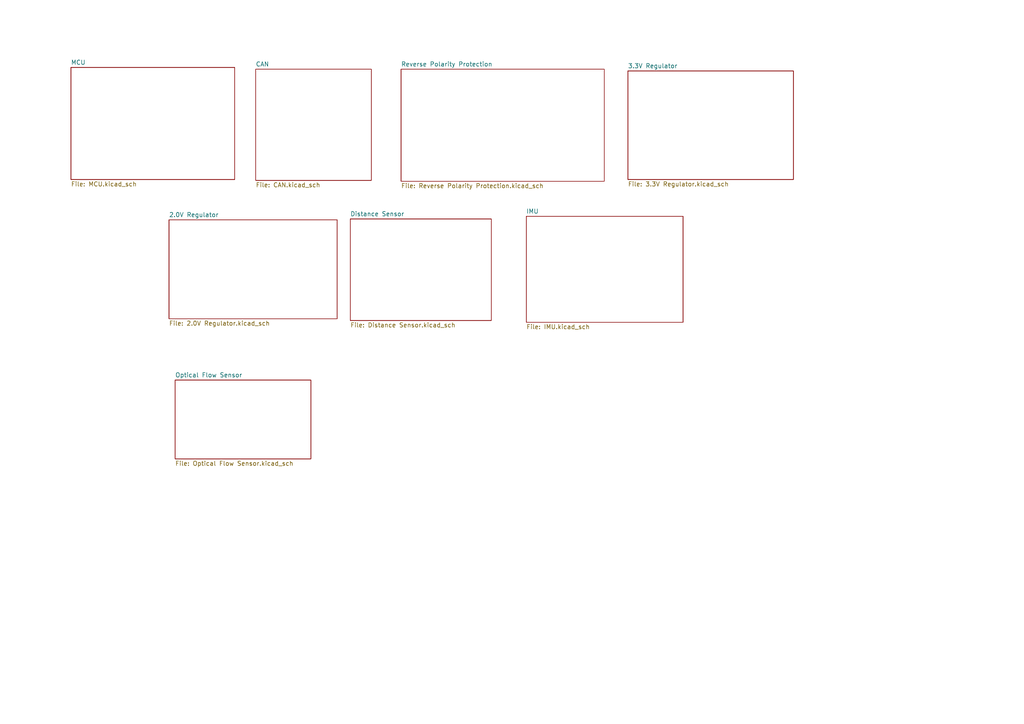
<source format=kicad_sch>
(kicad_sch
	(version 20250114)
	(generator "eeschema")
	(generator_version "9.0")
	(uuid "0577ab01-2864-405a-9ec2-3e35f3329540")
	(paper "A4")
	(lib_symbols)
	(sheet
		(at 182.118 20.574)
		(size 48.006 31.496)
		(exclude_from_sim no)
		(in_bom yes)
		(on_board yes)
		(dnp no)
		(fields_autoplaced yes)
		(stroke
			(width 0.1524)
			(type solid)
		)
		(fill
			(color 0 0 0 0.0000)
		)
		(uuid "18bf5bde-e397-448a-a2a9-5d1fa33f8d0d")
		(property "Sheetname" "3.3V Regulator"
			(at 182.118 19.8624 0)
			(effects
				(font
					(size 1.27 1.27)
				)
				(justify left bottom)
			)
		)
		(property "Sheetfile" "3.3V Regulator.kicad_sch"
			(at 182.118 52.6546 0)
			(effects
				(font
					(size 1.27 1.27)
				)
				(justify left top)
			)
		)
		(instances
			(project "distance_sensor_module"
				(path "/0577ab01-2864-405a-9ec2-3e35f3329540"
					(page "5")
				)
			)
		)
	)
	(sheet
		(at 49.022 63.754)
		(size 48.768 28.702)
		(exclude_from_sim no)
		(in_bom yes)
		(on_board yes)
		(dnp no)
		(fields_autoplaced yes)
		(stroke
			(width 0.1524)
			(type solid)
		)
		(fill
			(color 0 0 0 0.0000)
		)
		(uuid "4ec49d6e-ba0c-46aa-a799-fb04fff965b6")
		(property "Sheetname" "2.0V Regulator"
			(at 49.022 63.0424 0)
			(effects
				(font
					(size 1.27 1.27)
				)
				(justify left bottom)
			)
		)
		(property "Sheetfile" "2.0V Regulator.kicad_sch"
			(at 49.022 93.0406 0)
			(effects
				(font
					(size 1.27 1.27)
				)
				(justify left top)
			)
		)
		(instances
			(project "distance_sensor_module"
				(path "/0577ab01-2864-405a-9ec2-3e35f3329540"
					(page "6")
				)
			)
		)
	)
	(sheet
		(at 101.6 63.5)
		(size 40.894 29.464)
		(exclude_from_sim no)
		(in_bom yes)
		(on_board yes)
		(dnp no)
		(fields_autoplaced yes)
		(stroke
			(width 0.1524)
			(type solid)
		)
		(fill
			(color 0 0 0 0.0000)
		)
		(uuid "89041293-9a5e-4723-af11-deabd26cc7a9")
		(property "Sheetname" "Distance Sensor"
			(at 101.6 62.7884 0)
			(effects
				(font
					(size 1.27 1.27)
				)
				(justify left bottom)
			)
		)
		(property "Sheetfile" "Distance Sensor.kicad_sch"
			(at 101.6 93.5486 0)
			(effects
				(font
					(size 1.27 1.27)
				)
				(justify left top)
			)
		)
		(instances
			(project "distance_sensor_module"
				(path "/0577ab01-2864-405a-9ec2-3e35f3329540"
					(page "7")
				)
			)
		)
	)
	(sheet
		(at 74.168 20.066)
		(size 33.528 32.258)
		(exclude_from_sim no)
		(in_bom yes)
		(on_board yes)
		(dnp no)
		(fields_autoplaced yes)
		(stroke
			(width 0.1524)
			(type solid)
		)
		(fill
			(color 0 0 0 0.0000)
		)
		(uuid "90949567-0ab7-451b-993c-0e13cdf7932f")
		(property "Sheetname" "CAN"
			(at 74.168 19.3544 0)
			(effects
				(font
					(size 1.27 1.27)
				)
				(justify left bottom)
			)
		)
		(property "Sheetfile" "CAN.kicad_sch"
			(at 74.168 52.9086 0)
			(effects
				(font
					(size 1.27 1.27)
				)
				(justify left top)
			)
		)
		(instances
			(project "distance_sensor_module"
				(path "/0577ab01-2864-405a-9ec2-3e35f3329540"
					(page "3")
				)
			)
		)
	)
	(sheet
		(at 20.574 19.558)
		(size 47.498 32.512)
		(exclude_from_sim no)
		(in_bom yes)
		(on_board yes)
		(dnp no)
		(fields_autoplaced yes)
		(stroke
			(width 0.1524)
			(type solid)
		)
		(fill
			(color 0 0 0 0.0000)
		)
		(uuid "9ec28b31-eab4-432a-ad50-1d26053021a4")
		(property "Sheetname" "MCU"
			(at 20.574 18.8464 0)
			(effects
				(font
					(size 1.27 1.27)
				)
				(justify left bottom)
			)
		)
		(property "Sheetfile" "MCU.kicad_sch"
			(at 20.574 52.6546 0)
			(effects
				(font
					(size 1.27 1.27)
				)
				(justify left top)
			)
		)
		(instances
			(project "distance_sensor_module"
				(path "/0577ab01-2864-405a-9ec2-3e35f3329540"
					(page "2")
				)
			)
		)
	)
	(sheet
		(at 152.654 62.738)
		(size 45.466 30.734)
		(exclude_from_sim no)
		(in_bom yes)
		(on_board yes)
		(dnp no)
		(fields_autoplaced yes)
		(stroke
			(width 0.1524)
			(type solid)
		)
		(fill
			(color 0 0 0 0.0000)
		)
		(uuid "bc92df8d-0738-47b0-8f70-4aaf63a7bb39")
		(property "Sheetname" "IMU"
			(at 152.654 62.0264 0)
			(effects
				(font
					(size 1.27 1.27)
				)
				(justify left bottom)
			)
		)
		(property "Sheetfile" "IMU.kicad_sch"
			(at 152.654 94.0566 0)
			(effects
				(font
					(size 1.27 1.27)
				)
				(justify left top)
			)
		)
		(instances
			(project "distance_sensor_module"
				(path "/0577ab01-2864-405a-9ec2-3e35f3329540"
					(page "8")
				)
			)
		)
	)
	(sheet
		(at 116.332 20.066)
		(size 58.928 32.512)
		(exclude_from_sim no)
		(in_bom yes)
		(on_board yes)
		(dnp no)
		(fields_autoplaced yes)
		(stroke
			(width 0.1524)
			(type solid)
		)
		(fill
			(color 0 0 0 0.0000)
		)
		(uuid "e6620866-f396-450d-acb6-baa6a5f64408")
		(property "Sheetname" "Reverse Polarity Protection"
			(at 116.332 19.3544 0)
			(effects
				(font
					(size 1.27 1.27)
				)
				(justify left bottom)
			)
		)
		(property "Sheetfile" "Reverse Polarity Protection.kicad_sch"
			(at 116.332 53.1626 0)
			(effects
				(font
					(size 1.27 1.27)
				)
				(justify left top)
			)
		)
		(instances
			(project "distance_sensor_module"
				(path "/0577ab01-2864-405a-9ec2-3e35f3329540"
					(page "4")
				)
			)
		)
	)
	(sheet
		(at 50.8 110.236)
		(size 39.37 22.86)
		(exclude_from_sim no)
		(in_bom yes)
		(on_board yes)
		(dnp no)
		(fields_autoplaced yes)
		(stroke
			(width 0.1524)
			(type solid)
		)
		(fill
			(color 0 0 0 0.0000)
		)
		(uuid "fe596fb7-0151-4250-ac59-8cd8838b2ce4")
		(property "Sheetname" "Optical Flow Sensor"
			(at 50.8 109.5244 0)
			(effects
				(font
					(size 1.27 1.27)
				)
				(justify left bottom)
			)
		)
		(property "Sheetfile" "Optical Flow Sensor.kicad_sch"
			(at 50.8 133.6806 0)
			(effects
				(font
					(size 1.27 1.27)
				)
				(justify left top)
			)
		)
		(instances
			(project "distance_sensor_module"
				(path "/0577ab01-2864-405a-9ec2-3e35f3329540"
					(page "9")
				)
			)
		)
	)
	(sheet_instances
		(path "/"
			(page "1")
		)
	)
	(embedded_fonts no)
)

</source>
